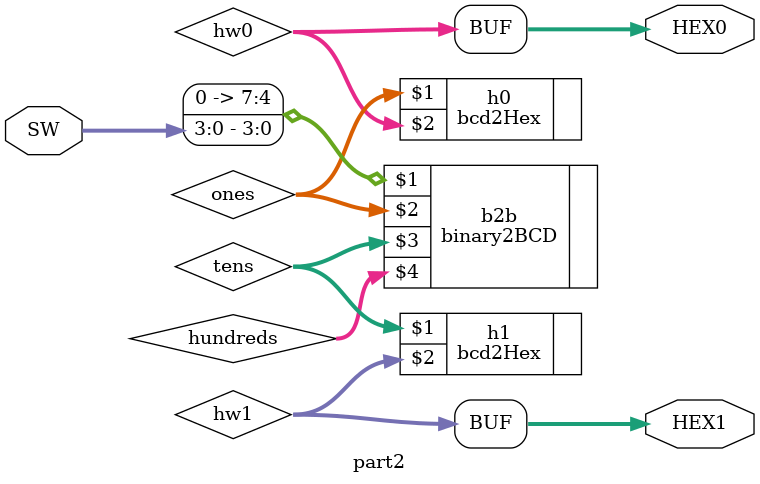
<source format=v>
module part2(SW, HEX0, HEX1);

	input [3:0] SW;
	output [6:0] HEX0, HEX1;
	wire [3:0] ones, tens, hundreds;
	wire [6:0] hw0, hw1;
	
	binary2BCD b2b({4'b0000, SW}, ones, tens, hundreds);
	bcd2Hex h0(ones, hw0);
	bcd2Hex h1(tens, hw1);
	
	assign HEX0 = hw0;
	assign HEX1 = hw1;
	
endmodule
</source>
